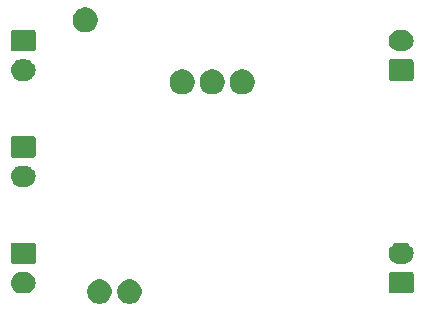
<source format=gbr>
G04 #@! TF.GenerationSoftware,KiCad,Pcbnew,5.1.5-1.fc31*
G04 #@! TF.CreationDate,2020-04-12T23:44:56+02:00*
G04 #@! TF.ProjectId,piezo_amplifier,7069657a-6f5f-4616-9d70-6c6966696572,rev?*
G04 #@! TF.SameCoordinates,Original*
G04 #@! TF.FileFunction,Soldermask,Bot*
G04 #@! TF.FilePolarity,Negative*
%FSLAX46Y46*%
G04 Gerber Fmt 4.6, Leading zero omitted, Abs format (unit mm)*
G04 Created by KiCad (PCBNEW 5.1.5-1.fc31) date 2020-04-12 23:44:56*
%MOMM*%
%LPD*%
G04 APERTURE LIST*
%ADD10C,0.100000*%
G04 APERTURE END LIST*
D10*
G36*
X115766564Y-86739389D02*
G01*
X115957833Y-86818615D01*
X115957835Y-86818616D01*
X115964954Y-86823373D01*
X116129973Y-86933635D01*
X116276365Y-87080027D01*
X116391385Y-87252167D01*
X116470611Y-87443436D01*
X116511000Y-87646484D01*
X116511000Y-87853516D01*
X116470611Y-88056564D01*
X116391385Y-88247833D01*
X116391384Y-88247835D01*
X116276365Y-88419973D01*
X116129973Y-88566365D01*
X115957835Y-88681384D01*
X115957834Y-88681385D01*
X115957833Y-88681385D01*
X115766564Y-88760611D01*
X115563516Y-88801000D01*
X115356484Y-88801000D01*
X115153436Y-88760611D01*
X114962167Y-88681385D01*
X114962166Y-88681385D01*
X114962165Y-88681384D01*
X114790027Y-88566365D01*
X114643635Y-88419973D01*
X114528616Y-88247835D01*
X114528615Y-88247833D01*
X114449389Y-88056564D01*
X114409000Y-87853516D01*
X114409000Y-87646484D01*
X114449389Y-87443436D01*
X114528615Y-87252167D01*
X114643635Y-87080027D01*
X114790027Y-86933635D01*
X114955046Y-86823373D01*
X114962165Y-86818616D01*
X114962167Y-86818615D01*
X115153436Y-86739389D01*
X115356484Y-86699000D01*
X115563516Y-86699000D01*
X115766564Y-86739389D01*
G37*
G36*
X118306564Y-86739389D02*
G01*
X118497833Y-86818615D01*
X118497835Y-86818616D01*
X118504954Y-86823373D01*
X118669973Y-86933635D01*
X118816365Y-87080027D01*
X118931385Y-87252167D01*
X119010611Y-87443436D01*
X119051000Y-87646484D01*
X119051000Y-87853516D01*
X119010611Y-88056564D01*
X118931385Y-88247833D01*
X118931384Y-88247835D01*
X118816365Y-88419973D01*
X118669973Y-88566365D01*
X118497835Y-88681384D01*
X118497834Y-88681385D01*
X118497833Y-88681385D01*
X118306564Y-88760611D01*
X118103516Y-88801000D01*
X117896484Y-88801000D01*
X117693436Y-88760611D01*
X117502167Y-88681385D01*
X117502166Y-88681385D01*
X117502165Y-88681384D01*
X117330027Y-88566365D01*
X117183635Y-88419973D01*
X117068616Y-88247835D01*
X117068615Y-88247833D01*
X116989389Y-88056564D01*
X116949000Y-87853516D01*
X116949000Y-87646484D01*
X116989389Y-87443436D01*
X117068615Y-87252167D01*
X117183635Y-87080027D01*
X117330027Y-86933635D01*
X117495046Y-86823373D01*
X117502165Y-86818616D01*
X117502167Y-86818615D01*
X117693436Y-86739389D01*
X117896484Y-86699000D01*
X118103516Y-86699000D01*
X118306564Y-86739389D01*
G37*
G36*
X141908600Y-86102989D02*
G01*
X141941652Y-86113015D01*
X141972103Y-86129292D01*
X141998799Y-86151201D01*
X142020708Y-86177897D01*
X142036985Y-86208348D01*
X142047011Y-86241400D01*
X142051000Y-86281903D01*
X142051000Y-87718097D01*
X142047011Y-87758600D01*
X142036985Y-87791652D01*
X142020708Y-87822103D01*
X141998799Y-87848799D01*
X141972103Y-87870708D01*
X141941652Y-87886985D01*
X141908600Y-87897011D01*
X141868097Y-87901000D01*
X140131903Y-87901000D01*
X140091400Y-87897011D01*
X140058348Y-87886985D01*
X140027897Y-87870708D01*
X140001201Y-87848799D01*
X139979292Y-87822103D01*
X139963015Y-87791652D01*
X139952989Y-87758600D01*
X139949000Y-87718097D01*
X139949000Y-86281903D01*
X139952989Y-86241400D01*
X139963015Y-86208348D01*
X139979292Y-86177897D01*
X140001201Y-86151201D01*
X140027897Y-86129292D01*
X140058348Y-86113015D01*
X140091400Y-86102989D01*
X140131903Y-86099000D01*
X141868097Y-86099000D01*
X141908600Y-86102989D01*
G37*
G36*
X109234760Y-86102989D02*
G01*
X109326627Y-86112037D01*
X109496466Y-86163557D01*
X109652991Y-86247222D01*
X109688729Y-86276552D01*
X109790186Y-86359814D01*
X109873448Y-86461271D01*
X109902778Y-86497009D01*
X109986443Y-86653534D01*
X110037963Y-86823373D01*
X110055359Y-87000000D01*
X110037963Y-87176627D01*
X109986443Y-87346466D01*
X109902778Y-87502991D01*
X109873448Y-87538729D01*
X109790186Y-87640186D01*
X109695250Y-87718097D01*
X109652991Y-87752778D01*
X109496466Y-87836443D01*
X109326627Y-87887963D01*
X109260443Y-87894481D01*
X109194260Y-87901000D01*
X108805740Y-87901000D01*
X108739557Y-87894481D01*
X108673373Y-87887963D01*
X108503534Y-87836443D01*
X108347009Y-87752778D01*
X108304750Y-87718097D01*
X108209814Y-87640186D01*
X108126552Y-87538729D01*
X108097222Y-87502991D01*
X108013557Y-87346466D01*
X107962037Y-87176627D01*
X107944641Y-87000000D01*
X107962037Y-86823373D01*
X108013557Y-86653534D01*
X108097222Y-86497009D01*
X108126552Y-86461271D01*
X108209814Y-86359814D01*
X108311271Y-86276552D01*
X108347009Y-86247222D01*
X108503534Y-86163557D01*
X108673373Y-86112037D01*
X108765240Y-86102989D01*
X108805740Y-86099000D01*
X109194260Y-86099000D01*
X109234760Y-86102989D01*
G37*
G36*
X109908600Y-83602989D02*
G01*
X109941652Y-83613015D01*
X109972103Y-83629292D01*
X109998799Y-83651201D01*
X110020708Y-83677897D01*
X110036985Y-83708348D01*
X110047011Y-83741400D01*
X110051000Y-83781903D01*
X110051000Y-85218097D01*
X110047011Y-85258600D01*
X110036985Y-85291652D01*
X110020708Y-85322103D01*
X109998799Y-85348799D01*
X109972103Y-85370708D01*
X109941652Y-85386985D01*
X109908600Y-85397011D01*
X109868097Y-85401000D01*
X108131903Y-85401000D01*
X108091400Y-85397011D01*
X108058348Y-85386985D01*
X108027897Y-85370708D01*
X108001201Y-85348799D01*
X107979292Y-85322103D01*
X107963015Y-85291652D01*
X107952989Y-85258600D01*
X107949000Y-85218097D01*
X107949000Y-83781903D01*
X107952989Y-83741400D01*
X107963015Y-83708348D01*
X107979292Y-83677897D01*
X108001201Y-83651201D01*
X108027897Y-83629292D01*
X108058348Y-83613015D01*
X108091400Y-83602989D01*
X108131903Y-83599000D01*
X109868097Y-83599000D01*
X109908600Y-83602989D01*
G37*
G36*
X141234760Y-83602989D02*
G01*
X141326627Y-83612037D01*
X141496466Y-83663557D01*
X141652991Y-83747222D01*
X141688729Y-83776552D01*
X141790186Y-83859814D01*
X141873448Y-83961271D01*
X141902778Y-83997009D01*
X141986443Y-84153534D01*
X142037963Y-84323373D01*
X142055359Y-84500000D01*
X142037963Y-84676627D01*
X141986443Y-84846466D01*
X141902778Y-85002991D01*
X141873448Y-85038729D01*
X141790186Y-85140186D01*
X141695250Y-85218097D01*
X141652991Y-85252778D01*
X141496466Y-85336443D01*
X141326627Y-85387963D01*
X141260443Y-85394481D01*
X141194260Y-85401000D01*
X140805740Y-85401000D01*
X140739557Y-85394481D01*
X140673373Y-85387963D01*
X140503534Y-85336443D01*
X140347009Y-85252778D01*
X140304750Y-85218097D01*
X140209814Y-85140186D01*
X140126552Y-85038729D01*
X140097222Y-85002991D01*
X140013557Y-84846466D01*
X139962037Y-84676627D01*
X139944641Y-84500000D01*
X139962037Y-84323373D01*
X140013557Y-84153534D01*
X140097222Y-83997009D01*
X140126552Y-83961271D01*
X140209814Y-83859814D01*
X140311271Y-83776552D01*
X140347009Y-83747222D01*
X140503534Y-83663557D01*
X140673373Y-83612037D01*
X140765240Y-83602989D01*
X140805740Y-83599000D01*
X141194260Y-83599000D01*
X141234760Y-83602989D01*
G37*
G36*
X109260442Y-77105518D02*
G01*
X109326627Y-77112037D01*
X109496466Y-77163557D01*
X109652991Y-77247222D01*
X109688729Y-77276552D01*
X109790186Y-77359814D01*
X109873448Y-77461271D01*
X109902778Y-77497009D01*
X109986443Y-77653534D01*
X110037963Y-77823373D01*
X110055359Y-78000000D01*
X110037963Y-78176627D01*
X109986443Y-78346466D01*
X109902778Y-78502991D01*
X109873448Y-78538729D01*
X109790186Y-78640186D01*
X109688729Y-78723448D01*
X109652991Y-78752778D01*
X109496466Y-78836443D01*
X109326627Y-78887963D01*
X109260442Y-78894482D01*
X109194260Y-78901000D01*
X108805740Y-78901000D01*
X108739558Y-78894482D01*
X108673373Y-78887963D01*
X108503534Y-78836443D01*
X108347009Y-78752778D01*
X108311271Y-78723448D01*
X108209814Y-78640186D01*
X108126552Y-78538729D01*
X108097222Y-78502991D01*
X108013557Y-78346466D01*
X107962037Y-78176627D01*
X107944641Y-78000000D01*
X107962037Y-77823373D01*
X108013557Y-77653534D01*
X108097222Y-77497009D01*
X108126552Y-77461271D01*
X108209814Y-77359814D01*
X108311271Y-77276552D01*
X108347009Y-77247222D01*
X108503534Y-77163557D01*
X108673373Y-77112037D01*
X108739558Y-77105518D01*
X108805740Y-77099000D01*
X109194260Y-77099000D01*
X109260442Y-77105518D01*
G37*
G36*
X109908600Y-74602989D02*
G01*
X109941652Y-74613015D01*
X109972103Y-74629292D01*
X109998799Y-74651201D01*
X110020708Y-74677897D01*
X110036985Y-74708348D01*
X110047011Y-74741400D01*
X110051000Y-74781903D01*
X110051000Y-76218097D01*
X110047011Y-76258600D01*
X110036985Y-76291652D01*
X110020708Y-76322103D01*
X109998799Y-76348799D01*
X109972103Y-76370708D01*
X109941652Y-76386985D01*
X109908600Y-76397011D01*
X109868097Y-76401000D01*
X108131903Y-76401000D01*
X108091400Y-76397011D01*
X108058348Y-76386985D01*
X108027897Y-76370708D01*
X108001201Y-76348799D01*
X107979292Y-76322103D01*
X107963015Y-76291652D01*
X107952989Y-76258600D01*
X107949000Y-76218097D01*
X107949000Y-74781903D01*
X107952989Y-74741400D01*
X107963015Y-74708348D01*
X107979292Y-74677897D01*
X108001201Y-74651201D01*
X108027897Y-74629292D01*
X108058348Y-74613015D01*
X108091400Y-74602989D01*
X108131903Y-74599000D01*
X109868097Y-74599000D01*
X109908600Y-74602989D01*
G37*
G36*
X127846564Y-68989389D02*
G01*
X128037833Y-69068615D01*
X128037835Y-69068616D01*
X128209973Y-69183635D01*
X128356365Y-69330027D01*
X128367351Y-69346468D01*
X128471385Y-69502167D01*
X128550611Y-69693436D01*
X128591000Y-69896484D01*
X128591000Y-70103516D01*
X128550611Y-70306564D01*
X128471385Y-70497833D01*
X128471384Y-70497835D01*
X128356365Y-70669973D01*
X128209973Y-70816365D01*
X128037835Y-70931384D01*
X128037834Y-70931385D01*
X128037833Y-70931385D01*
X127846564Y-71010611D01*
X127643516Y-71051000D01*
X127436484Y-71051000D01*
X127233436Y-71010611D01*
X127042167Y-70931385D01*
X127042166Y-70931385D01*
X127042165Y-70931384D01*
X126870027Y-70816365D01*
X126723635Y-70669973D01*
X126608616Y-70497835D01*
X126608615Y-70497833D01*
X126529389Y-70306564D01*
X126489000Y-70103516D01*
X126489000Y-69896484D01*
X126529389Y-69693436D01*
X126608615Y-69502167D01*
X126712650Y-69346468D01*
X126723635Y-69330027D01*
X126870027Y-69183635D01*
X127042165Y-69068616D01*
X127042167Y-69068615D01*
X127233436Y-68989389D01*
X127436484Y-68949000D01*
X127643516Y-68949000D01*
X127846564Y-68989389D01*
G37*
G36*
X122766564Y-68989389D02*
G01*
X122957833Y-69068615D01*
X122957835Y-69068616D01*
X123129973Y-69183635D01*
X123276365Y-69330027D01*
X123287351Y-69346468D01*
X123391385Y-69502167D01*
X123470611Y-69693436D01*
X123511000Y-69896484D01*
X123511000Y-70103516D01*
X123470611Y-70306564D01*
X123391385Y-70497833D01*
X123391384Y-70497835D01*
X123276365Y-70669973D01*
X123129973Y-70816365D01*
X122957835Y-70931384D01*
X122957834Y-70931385D01*
X122957833Y-70931385D01*
X122766564Y-71010611D01*
X122563516Y-71051000D01*
X122356484Y-71051000D01*
X122153436Y-71010611D01*
X121962167Y-70931385D01*
X121962166Y-70931385D01*
X121962165Y-70931384D01*
X121790027Y-70816365D01*
X121643635Y-70669973D01*
X121528616Y-70497835D01*
X121528615Y-70497833D01*
X121449389Y-70306564D01*
X121409000Y-70103516D01*
X121409000Y-69896484D01*
X121449389Y-69693436D01*
X121528615Y-69502167D01*
X121632650Y-69346468D01*
X121643635Y-69330027D01*
X121790027Y-69183635D01*
X121962165Y-69068616D01*
X121962167Y-69068615D01*
X122153436Y-68989389D01*
X122356484Y-68949000D01*
X122563516Y-68949000D01*
X122766564Y-68989389D01*
G37*
G36*
X125306564Y-68989389D02*
G01*
X125497833Y-69068615D01*
X125497835Y-69068616D01*
X125669973Y-69183635D01*
X125816365Y-69330027D01*
X125827351Y-69346468D01*
X125931385Y-69502167D01*
X126010611Y-69693436D01*
X126051000Y-69896484D01*
X126051000Y-70103516D01*
X126010611Y-70306564D01*
X125931385Y-70497833D01*
X125931384Y-70497835D01*
X125816365Y-70669973D01*
X125669973Y-70816365D01*
X125497835Y-70931384D01*
X125497834Y-70931385D01*
X125497833Y-70931385D01*
X125306564Y-71010611D01*
X125103516Y-71051000D01*
X124896484Y-71051000D01*
X124693436Y-71010611D01*
X124502167Y-70931385D01*
X124502166Y-70931385D01*
X124502165Y-70931384D01*
X124330027Y-70816365D01*
X124183635Y-70669973D01*
X124068616Y-70497835D01*
X124068615Y-70497833D01*
X123989389Y-70306564D01*
X123949000Y-70103516D01*
X123949000Y-69896484D01*
X123989389Y-69693436D01*
X124068615Y-69502167D01*
X124172650Y-69346468D01*
X124183635Y-69330027D01*
X124330027Y-69183635D01*
X124502165Y-69068616D01*
X124502167Y-69068615D01*
X124693436Y-68989389D01*
X124896484Y-68949000D01*
X125103516Y-68949000D01*
X125306564Y-68989389D01*
G37*
G36*
X141908600Y-68102989D02*
G01*
X141941652Y-68113015D01*
X141972103Y-68129292D01*
X141998799Y-68151201D01*
X142020708Y-68177897D01*
X142036985Y-68208348D01*
X142047011Y-68241400D01*
X142051000Y-68281903D01*
X142051000Y-69718097D01*
X142047011Y-69758600D01*
X142036985Y-69791652D01*
X142020708Y-69822103D01*
X141998799Y-69848799D01*
X141972103Y-69870708D01*
X141941652Y-69886985D01*
X141908600Y-69897011D01*
X141868097Y-69901000D01*
X140131903Y-69901000D01*
X140091400Y-69897011D01*
X140058348Y-69886985D01*
X140027897Y-69870708D01*
X140001201Y-69848799D01*
X139979292Y-69822103D01*
X139963015Y-69791652D01*
X139952989Y-69758600D01*
X139949000Y-69718097D01*
X139949000Y-68281903D01*
X139952989Y-68241400D01*
X139963015Y-68208348D01*
X139979292Y-68177897D01*
X140001201Y-68151201D01*
X140027897Y-68129292D01*
X140058348Y-68113015D01*
X140091400Y-68102989D01*
X140131903Y-68099000D01*
X141868097Y-68099000D01*
X141908600Y-68102989D01*
G37*
G36*
X109234760Y-68102989D02*
G01*
X109326627Y-68112037D01*
X109496466Y-68163557D01*
X109652991Y-68247222D01*
X109688729Y-68276552D01*
X109790186Y-68359814D01*
X109873448Y-68461271D01*
X109902778Y-68497009D01*
X109986443Y-68653534D01*
X110037963Y-68823373D01*
X110055359Y-69000000D01*
X110037963Y-69176627D01*
X109986443Y-69346466D01*
X109902778Y-69502991D01*
X109873448Y-69538729D01*
X109790186Y-69640186D01*
X109695250Y-69718097D01*
X109652991Y-69752778D01*
X109496466Y-69836443D01*
X109326627Y-69887963D01*
X109260443Y-69894481D01*
X109194260Y-69901000D01*
X108805740Y-69901000D01*
X108739557Y-69894481D01*
X108673373Y-69887963D01*
X108503534Y-69836443D01*
X108347009Y-69752778D01*
X108304750Y-69718097D01*
X108209814Y-69640186D01*
X108126552Y-69538729D01*
X108097222Y-69502991D01*
X108013557Y-69346466D01*
X107962037Y-69176627D01*
X107944641Y-69000000D01*
X107962037Y-68823373D01*
X108013557Y-68653534D01*
X108097222Y-68497009D01*
X108126552Y-68461271D01*
X108209814Y-68359814D01*
X108311271Y-68276552D01*
X108347009Y-68247222D01*
X108503534Y-68163557D01*
X108673373Y-68112037D01*
X108765240Y-68102989D01*
X108805740Y-68099000D01*
X109194260Y-68099000D01*
X109234760Y-68102989D01*
G37*
G36*
X141234760Y-65602989D02*
G01*
X141326627Y-65612037D01*
X141496466Y-65663557D01*
X141652991Y-65747222D01*
X141688729Y-65776552D01*
X141790186Y-65859814D01*
X141873448Y-65961271D01*
X141902778Y-65997009D01*
X141986443Y-66153534D01*
X142037963Y-66323373D01*
X142055359Y-66500000D01*
X142037963Y-66676627D01*
X141986443Y-66846466D01*
X141902778Y-67002991D01*
X141873448Y-67038729D01*
X141790186Y-67140186D01*
X141695250Y-67218097D01*
X141652991Y-67252778D01*
X141496466Y-67336443D01*
X141326627Y-67387963D01*
X141260442Y-67394482D01*
X141194260Y-67401000D01*
X140805740Y-67401000D01*
X140739558Y-67394482D01*
X140673373Y-67387963D01*
X140503534Y-67336443D01*
X140347009Y-67252778D01*
X140304750Y-67218097D01*
X140209814Y-67140186D01*
X140126552Y-67038729D01*
X140097222Y-67002991D01*
X140013557Y-66846466D01*
X139962037Y-66676627D01*
X139944641Y-66500000D01*
X139962037Y-66323373D01*
X140013557Y-66153534D01*
X140097222Y-65997009D01*
X140126552Y-65961271D01*
X140209814Y-65859814D01*
X140311271Y-65776552D01*
X140347009Y-65747222D01*
X140503534Y-65663557D01*
X140673373Y-65612037D01*
X140765240Y-65602989D01*
X140805740Y-65599000D01*
X141194260Y-65599000D01*
X141234760Y-65602989D01*
G37*
G36*
X109908600Y-65602989D02*
G01*
X109941652Y-65613015D01*
X109972103Y-65629292D01*
X109998799Y-65651201D01*
X110020708Y-65677897D01*
X110036985Y-65708348D01*
X110047011Y-65741400D01*
X110051000Y-65781903D01*
X110051000Y-67218097D01*
X110047011Y-67258600D01*
X110036985Y-67291652D01*
X110020708Y-67322103D01*
X109998799Y-67348799D01*
X109972103Y-67370708D01*
X109941652Y-67386985D01*
X109908600Y-67397011D01*
X109868097Y-67401000D01*
X108131903Y-67401000D01*
X108091400Y-67397011D01*
X108058348Y-67386985D01*
X108027897Y-67370708D01*
X108001201Y-67348799D01*
X107979292Y-67322103D01*
X107963015Y-67291652D01*
X107952989Y-67258600D01*
X107949000Y-67218097D01*
X107949000Y-65781903D01*
X107952989Y-65741400D01*
X107963015Y-65708348D01*
X107979292Y-65677897D01*
X108001201Y-65651201D01*
X108027897Y-65629292D01*
X108058348Y-65613015D01*
X108091400Y-65602989D01*
X108131903Y-65599000D01*
X109868097Y-65599000D01*
X109908600Y-65602989D01*
G37*
G36*
X114556564Y-63739389D02*
G01*
X114747833Y-63818615D01*
X114747835Y-63818616D01*
X114919973Y-63933635D01*
X115066365Y-64080027D01*
X115181385Y-64252167D01*
X115260611Y-64443436D01*
X115301000Y-64646484D01*
X115301000Y-64853516D01*
X115260611Y-65056564D01*
X115181385Y-65247833D01*
X115181384Y-65247835D01*
X115066365Y-65419973D01*
X114919973Y-65566365D01*
X114747835Y-65681384D01*
X114747834Y-65681385D01*
X114747833Y-65681385D01*
X114556564Y-65760611D01*
X114353516Y-65801000D01*
X114146484Y-65801000D01*
X113943436Y-65760611D01*
X113752167Y-65681385D01*
X113752166Y-65681385D01*
X113752165Y-65681384D01*
X113580027Y-65566365D01*
X113433635Y-65419973D01*
X113318616Y-65247835D01*
X113318615Y-65247833D01*
X113239389Y-65056564D01*
X113199000Y-64853516D01*
X113199000Y-64646484D01*
X113239389Y-64443436D01*
X113318615Y-64252167D01*
X113433635Y-64080027D01*
X113580027Y-63933635D01*
X113752165Y-63818616D01*
X113752167Y-63818615D01*
X113943436Y-63739389D01*
X114146484Y-63699000D01*
X114353516Y-63699000D01*
X114556564Y-63739389D01*
G37*
M02*

</source>
